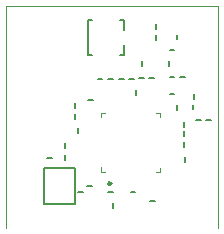
<source format=gto>
G04 Layer_Color=65535*
%FSAX25Y25*%
%MOIN*%
G70*
G01*
G75*
%ADD28C,0.00984*%
%ADD29C,0.00394*%
%ADD30C,0.00500*%
%ADD31C,0.00700*%
%ADD32C,0.00393*%
D28*
X0554002Y0313320D02*
G03*
X0554002Y0313320I-0000492J0000000D01*
G01*
D29*
X0550558Y0336943D02*
X0551896D01*
X0550558Y0335604D02*
Y0336943D01*
X0570243Y0335565D02*
X0570243Y0336943D01*
X0569022D02*
X0570243D01*
X0570243Y0317257D02*
Y0318557D01*
X0569061Y0317257D02*
X0570243D01*
X0550558Y0317257D02*
Y0318832D01*
Y0317257D02*
X0551975D01*
D30*
X0531678Y0306556D02*
X0541915D01*
Y0318367D01*
X0531678D02*
X0541915D01*
X0531678Y0306556D02*
Y0318367D01*
X0575800Y0337961D02*
Y0339562D01*
X0573513Y0348875D02*
X0575114D01*
X0573488Y0357782D02*
X0575090D01*
X0569015Y0361234D02*
Y0362836D01*
X0562400Y0342813D02*
Y0344414D01*
X0566533Y0348329D02*
X0568134D01*
X0564210Y0352613D02*
Y0354214D01*
X0559986Y0348300D02*
X0561587D01*
X0552969Y0310514D02*
X0554556D01*
X0560513Y0310500D02*
X0562100D01*
X0567037Y0307483D02*
X0568625D01*
X0578500Y0320613D02*
Y0322200D01*
X0578400Y0325513D02*
Y0327100D01*
X0578300Y0332213D02*
Y0333800D01*
X0585713Y0334525D02*
X0587300D01*
X0582313D02*
X0583900D01*
X0581500Y0341400D02*
Y0342987D01*
X0573500Y0343275D02*
X0575087D01*
X0575866Y0361333D02*
Y0362920D01*
X0577000Y0348875D02*
X0578587D01*
X0568991Y0364762D02*
Y0366350D01*
X0573137Y0352611D02*
Y0354198D01*
X0563272Y0348329D02*
X0564859D01*
X0556700Y0348300D02*
X0558287D01*
X0553000D02*
X0554587D01*
X0549500D02*
X0551087D01*
X0554645Y0305269D02*
Y0306856D01*
X0546313Y0341000D02*
X0547900D01*
X0541800Y0338600D02*
Y0340187D01*
Y0334900D02*
Y0336487D01*
X0542900Y0330100D02*
Y0331687D01*
X0538735Y0325151D02*
Y0326739D01*
X0538664Y0321294D02*
Y0322882D01*
X0542940Y0310352D02*
X0544527D01*
X0532786Y0321775D02*
X0534373D01*
X0546027Y0312472D02*
X0547629D01*
X0578300Y0329186D02*
Y0330787D01*
X0581425Y0338004D02*
Y0339605D01*
D31*
X0546245Y0356095D02*
Y0367905D01*
X0558450Y0356095D02*
Y0359638D01*
Y0364362D02*
Y0367905D01*
X0557072D02*
X0558450D01*
X0557072Y0356095D02*
X0558450D01*
X0546245D02*
X0547623D01*
X0546245Y0367905D02*
X0547623D01*
D32*
X0589572Y0298541D02*
Y0372488D01*
X0518937Y0372416D02*
X0589570D01*
X0518937Y0298541D02*
Y0372416D01*
M02*

</source>
